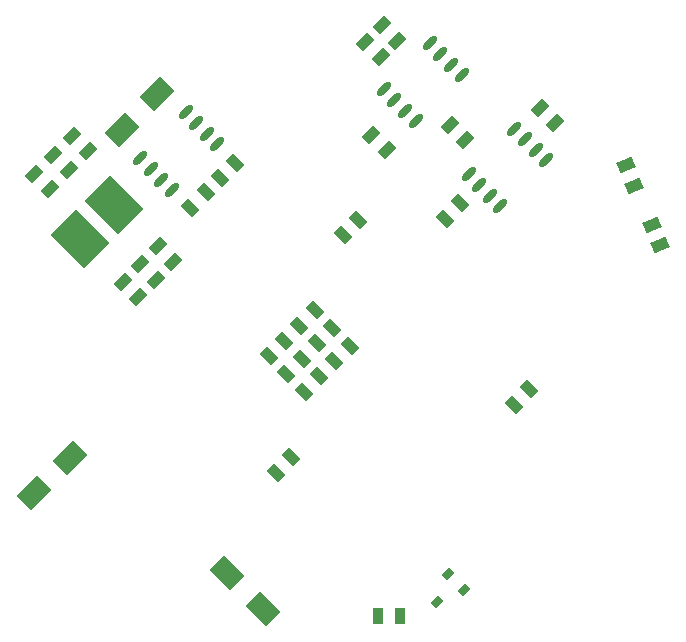
<source format=gtp>
%FSTAX23Y23*%
%MOIN*%
%SFA1B1*%

%IPPOS*%
%AMD16*
4,1,4,0.020900,0.004200,0.004200,0.020900,-0.020900,-0.004200,-0.004200,-0.020900,0.020900,0.004200,0.0*
%
%AMD17*
4,1,4,-0.032700,0.006200,0.006200,-0.032700,0.032700,-0.006200,-0.006200,0.032700,-0.032700,0.006200,0.0*
%
%AMD18*
4,1,4,0.058400,0.009800,0.009800,0.058400,-0.058400,-0.009800,-0.009800,-0.058400,0.058400,0.009800,0.0*
%
%AMD19*
4,1,4,0.009800,-0.058400,0.058400,-0.009800,-0.009800,0.058400,-0.058400,0.009800,0.009800,-0.058400,0.0*
%
%AMD21*
4,1,4,-0.018300,-0.027800,0.032600,-0.006800,0.018300,0.027800,-0.032600,0.006800,-0.018300,-0.027800,0.0*
%
%AMD22*
4,1,4,0.006200,0.032700,-0.032700,-0.006200,-0.006200,-0.032700,0.032700,0.006200,0.006200,0.032700,0.0*
%
%AMD23*
4,1,4,0.020900,0.004200,0.004200,0.020900,-0.020900,-0.004200,-0.004200,-0.020900,0.020900,0.004200,0.0*
1,1,0.023620,0.012500,0.012500*
1,1,0.023620,-0.012500,-0.012500*
%
%AMD24*
4,1,4,-0.097400,0.013900,0.013900,-0.097400,0.097400,-0.013900,-0.013900,0.097400,-0.097400,0.013900,0.0*
%
G04~CAMADD=16~9~0.0~0.0~236.2~354.3~0.0~0.0~0~0.0~0.0~0.0~0.0~0~0.0~0.0~0.0~0.0~0~0.0~0.0~0.0~315.0~418.0~417.0*
%ADD16D16*%
G04~CAMADD=17~9~0.0~0.0~551.2~374.0~0.0~0.0~0~0.0~0.0~0.0~0.0~0~0.0~0.0~0.0~0.0~0~0.0~0.0~0.0~135.0~654.0~653.0*
%ADD17D17*%
G04~CAMADD=18~9~0.0~0.0~689.0~964.6~0.0~0.0~0~0.0~0.0~0.0~0.0~0~0.0~0.0~0.0~0.0~0~0.0~0.0~0.0~315.0~1168.0~1167.0*
%ADD18D18*%
G04~CAMADD=19~9~0.0~0.0~689.0~964.6~0.0~0.0~0~0.0~0.0~0.0~0.0~0~0.0~0.0~0.0~0.0~0~0.0~0.0~0.0~225.0~1168.0~1167.0*
%ADD19D19*%
%ADD20R,0.037400X0.055120*%
G04~CAMADD=21~9~0.0~0.0~551.2~374.0~0.0~0.0~0~0.0~0.0~0.0~0.0~0~0.0~0.0~0.0~0.0~0~0.0~0.0~0.0~202.5~652.0~555.0*
%ADD21D21*%
G04~CAMADD=22~9~0.0~0.0~551.2~374.0~0.0~0.0~0~0.0~0.0~0.0~0.0~0~0.0~0.0~0.0~0.0~0~0.0~0.0~0.0~45.0~654.0~653.0*
%ADD22D22*%
G04~CAMADD=23~3~0.0~0.0~236.2~590.6~0.0~0.0~0~0.0~0.0~0.0~0.0~0~0.0~0.0~0.0~0.0~0~0.0~0.0~0.0~315.0~486.0~486.0*
%ADD23D23*%
G04~CAMADD=24~9~0.0~0.0~1574.8~1181.1~0.0~0.0~0~0.0~0.0~0.0~0.0~0~0.0~0.0~0.0~0.0~0~0.0~0.0~0.0~135.0~1948.0~1947.0*
%ADD24D24*%
%LNesp_board-1*%
%LPD*%
G54D16*
X04557Y02204D03*
X04504Y02257D03*
X04466Y02166D03*
G54D17*
X04205Y03438D03*
X04154Y03387D03*
X0393Y02596D03*
X03981Y02647D03*
X04177Y03019D03*
X04125Y02968D03*
X04118Y03078D03*
X04067Y03027D03*
X04008Y03085D03*
X04059Y03137D03*
X03958Y03035D03*
X03906Y02984D03*
X04075Y02918D03*
X04024Y02866D03*
X04016Y02976D03*
X03965Y02925D03*
X04774Y02874D03*
X04723Y02823D03*
X04544Y03494D03*
X04493Y03443D03*
X03697Y03531D03*
X03645Y03479D03*
X03743Y03577D03*
X03795Y03629D03*
G54D18*
X03242Y02646D03*
X03123Y02527D03*
X03535Y03859D03*
X03416Y03739D03*
G54D19*
X03887Y02141D03*
X03768Y0226D03*
G54D20*
X04342Y02118D03*
X04269D03*
G54D21*
X05182Y03422D03*
X05209Y03355D03*
X05098Y0362D03*
X05125Y03553D03*
G54D22*
X0486Y03762D03*
X04809Y03813D03*
X0451Y03755D03*
X04561Y03704D03*
X04228Y04031D03*
X04279Y0398D03*
X04283Y04087D03*
X04334Y04036D03*
X04299Y0367D03*
X04248Y03721D03*
X03588Y03298D03*
X03537Y0335D03*
X03529Y03239D03*
X03478Y03291D03*
X0347Y0318D03*
X03419Y03232D03*
X03177Y03542D03*
X03125Y03593D03*
X03302Y03667D03*
X0325Y03718D03*
X03239Y03604D03*
X03188Y03656D03*
G54D23*
X04572Y0359D03*
X04607Y03555D03*
X04643Y03519D03*
X04678Y03484D03*
X04725Y03743D03*
X0476Y03708D03*
X04796Y03672D03*
X04831Y03637D03*
X0429Y03874D03*
X04325Y03839D03*
X04361Y03803D03*
X04396Y03768D03*
X04443Y04027D03*
X04478Y03992D03*
X04514Y03956D03*
X04549Y03921D03*
X03735Y03691D03*
X037Y03726D03*
X03665Y03762D03*
X03629Y03797D03*
X03582Y03538D03*
X03547Y03573D03*
X03512Y03609D03*
X03476Y03644D03*
G54D24*
X0339Y03487D03*
X03277Y03374D03*
M02*
</source>
